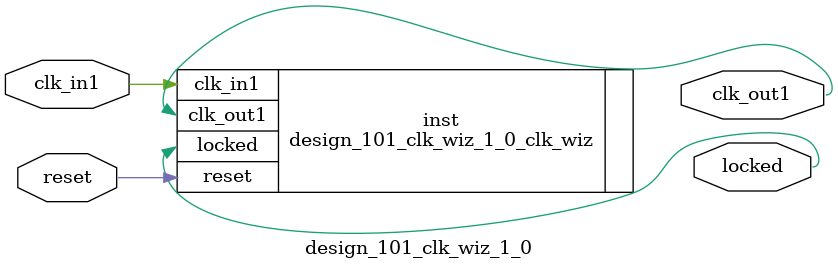
<source format=v>


`timescale 1ps/1ps

(* CORE_GENERATION_INFO = "design_101_clk_wiz_1_0,clk_wiz_v6_0_2_0_0,{component_name=design_101_clk_wiz_1_0,use_phase_alignment=false,use_min_o_jitter=false,use_max_i_jitter=false,use_dyn_phase_shift=false,use_inclk_switchover=false,use_dyn_reconfig=false,enable_axi=0,feedback_source=FDBK_AUTO,PRIMITIVE=MMCM,num_out_clk=1,clkin1_period=5.000,clkin2_period=10.0,use_power_down=false,use_reset=true,use_locked=true,use_inclk_stopped=false,feedback_type=SINGLE,CLOCK_MGR_TYPE=NA,manual_override=false}" *)

module design_101_clk_wiz_1_0 
 (
  // Clock out ports
  output        clk_out1,
  // Status and control signals
  input         reset,
  output        locked,
 // Clock in ports
  input         clk_in1
 );

  design_101_clk_wiz_1_0_clk_wiz inst
  (
  // Clock out ports  
  .clk_out1(clk_out1),
  // Status and control signals               
  .reset(reset), 
  .locked(locked),
 // Clock in ports
  .clk_in1(clk_in1)
  );

endmodule

</source>
